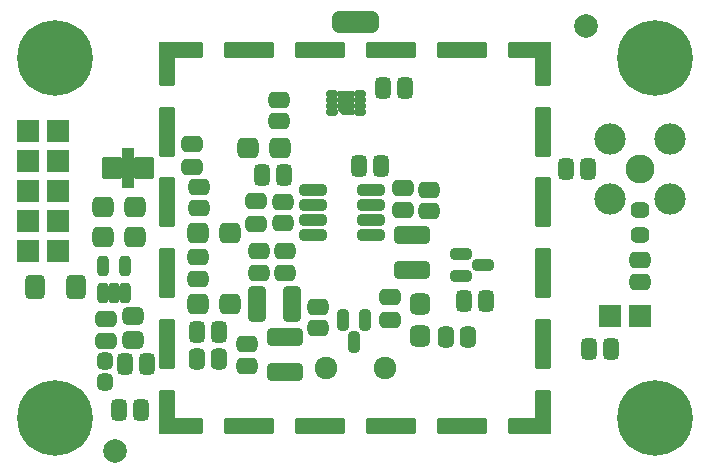
<source format=gbr>
%TF.GenerationSoftware,KiCad,Pcbnew,7.0.7-7.0.7~ubuntu23.04.1*%
%TF.CreationDate,2023-10-02T12:52:53+00:00*%
%TF.ProjectId,PIND02,50494e44-3032-42e6-9b69-6361645f7063,rev?*%
%TF.SameCoordinates,Original*%
%TF.FileFunction,Soldermask,Bot*%
%TF.FilePolarity,Negative*%
%FSLAX46Y46*%
G04 Gerber Fmt 4.6, Leading zero omitted, Abs format (unit mm)*
G04 Created by KiCad (PCBNEW 7.0.7-7.0.7~ubuntu23.04.1) date 2023-10-02 12:52:53*
%MOMM*%
%LPD*%
G01*
G04 APERTURE LIST*
G04 Aperture macros list*
%AMRoundRect*
0 Rectangle with rounded corners*
0 $1 Rounding radius*
0 $2 $3 $4 $5 $6 $7 $8 $9 X,Y pos of 4 corners*
0 Add a 4 corners polygon primitive as box body*
4,1,4,$2,$3,$4,$5,$6,$7,$8,$9,$2,$3,0*
0 Add four circle primitives for the rounded corners*
1,1,$1+$1,$2,$3*
1,1,$1+$1,$4,$5*
1,1,$1+$1,$6,$7*
1,1,$1+$1,$8,$9*
0 Add four rect primitives between the rounded corners*
20,1,$1+$1,$2,$3,$4,$5,0*
20,1,$1+$1,$4,$5,$6,$7,0*
20,1,$1+$1,$6,$7,$8,$9,0*
20,1,$1+$1,$8,$9,$2,$3,0*%
%AMFreePoly0*
4,1,22,0.586777,1.030194,0.656366,0.974698,0.694986,0.894504,0.700000,0.850000,0.700000,-0.850000,0.680194,-0.936777,0.624698,-1.006366,0.544504,-1.044986,0.500000,-1.050000,-0.200000,-1.050000,-0.286777,-1.030194,-0.341421,-0.991421,-0.641421,-0.691421,-0.688777,-0.616056,-0.700000,-0.550000,-0.700000,0.850000,-0.680194,0.936777,-0.624698,1.006366,-0.544504,1.044986,-0.500000,1.050000,
0.500000,1.050000,0.586777,1.030194,0.586777,1.030194,$1*%
%AMFreePoly1*
4,1,40,0.636777,0.930194,0.706366,0.874698,0.744986,0.794504,0.750000,0.750000,0.750000,-0.750000,0.730194,-0.836777,0.674698,-0.906366,0.594504,-0.944986,0.550000,-0.950000,0.000000,-0.950000,-0.022297,-0.944911,-0.071157,-0.944911,-0.127504,-0.936810,-0.264055,-0.896715,-0.315837,-0.873066,-0.435559,-0.796125,-0.478580,-0.758847,-0.571777,-0.651292,-0.602554,-0.603402,-0.661673,-0.473948,
-0.677710,-0.419330,-0.697964,-0.278464,-0.700000,-0.250000,-0.700000,0.250000,-0.697964,0.278464,-0.677710,0.419330,-0.661673,0.473948,-0.602554,0.603402,-0.571777,0.651292,-0.478580,0.758847,-0.435559,0.796125,-0.315837,0.873066,-0.264055,0.896715,-0.127504,0.936810,-0.071157,0.944911,-0.044660,0.944911,-0.044504,0.944986,0.000000,0.950000,0.550000,0.950000,0.636777,0.930194,
0.636777,0.930194,$1*%
%AMFreePoly2*
4,1,40,0.022297,0.944911,0.071157,0.944911,0.127504,0.936810,0.264055,0.896715,0.315837,0.873066,0.435559,0.796125,0.478580,0.758847,0.571777,0.651292,0.602554,0.603402,0.661673,0.473948,0.677710,0.419330,0.697964,0.278464,0.700000,0.250000,0.700000,-0.250000,0.697964,-0.278464,0.677710,-0.419330,0.661673,-0.473948,0.602554,-0.603402,0.571777,-0.651292,0.478580,-0.758847,
0.435559,-0.796125,0.315837,-0.873066,0.264055,-0.896715,0.127504,-0.936810,0.071157,-0.944911,0.044660,-0.944911,0.044504,-0.944986,0.000000,-0.950000,-0.550000,-0.950000,-0.636777,-0.930194,-0.706366,-0.874698,-0.744986,-0.794504,-0.750000,-0.750000,-0.750000,0.750000,-0.730194,0.836777,-0.674698,0.906366,-0.594504,0.944986,-0.550000,0.950000,0.000000,0.950000,0.022297,0.944911,
0.022297,0.944911,$1*%
G04 Aperture macros list end*
%ADD10RoundRect,0.200000X-0.762000X-0.762000X0.762000X-0.762000X0.762000X0.762000X-0.762000X0.762000X0*%
%ADD11C,6.400000*%
%ADD12C,2.450000*%
%ADD13C,2.650000*%
%ADD14C,1.924000*%
%ADD15RoundRect,0.450000X0.475000X-0.250000X0.475000X0.250000X-0.475000X0.250000X-0.475000X-0.250000X0*%
%ADD16RoundRect,0.418750X0.381250X-0.218750X0.381250X0.218750X-0.381250X0.218750X-0.381250X-0.218750X0*%
%ADD17RoundRect,0.450000X0.450000X-0.325000X0.450000X0.325000X-0.450000X0.325000X-0.450000X-0.325000X0*%
%ADD18RoundRect,0.450000X0.450000X-0.262500X0.450000X0.262500X-0.450000X0.262500X-0.450000X-0.262500X0*%
%ADD19RoundRect,0.450000X-0.450000X0.262500X-0.450000X-0.262500X0.450000X-0.262500X0.450000X0.262500X0*%
%ADD20RoundRect,0.450000X0.250000X0.475000X-0.250000X0.475000X-0.250000X-0.475000X0.250000X-0.475000X0*%
%ADD21RoundRect,0.450000X-0.475000X0.250000X-0.475000X-0.250000X0.475000X-0.250000X0.475000X0.250000X0*%
%ADD22RoundRect,0.450000X-0.250000X-0.475000X0.250000X-0.475000X0.250000X0.475000X-0.250000X0.475000X0*%
%ADD23RoundRect,0.450000X0.400000X0.600000X-0.400000X0.600000X-0.400000X-0.600000X0.400000X-0.600000X0*%
%ADD24RoundRect,0.450000X-0.325000X-1.100000X0.325000X-1.100000X0.325000X1.100000X-0.325000X1.100000X0*%
%ADD25RoundRect,0.200000X-0.650000X-0.750000X0.650000X-0.750000X0.650000X0.750000X-0.650000X0.750000X0*%
%ADD26RoundRect,0.200000X-0.350000X-1.500000X0.350000X-1.500000X0.350000X1.500000X-0.350000X1.500000X0*%
%ADD27C,2.000000*%
%ADD28RoundRect,0.450000X-0.450000X-0.425000X0.450000X-0.425000X0.450000X0.425000X-0.450000X0.425000X0*%
%ADD29RoundRect,0.350000X-0.150000X0.587500X-0.150000X-0.587500X0.150000X-0.587500X0.150000X0.587500X0*%
%ADD30RoundRect,0.200000X0.500000X0.500000X-0.500000X0.500000X-0.500000X-0.500000X0.500000X-0.500000X0*%
%ADD31RoundRect,0.200000X0.500000X1.150000X-0.500000X1.150000X-0.500000X-1.150000X0.500000X-1.150000X0*%
%ADD32RoundRect,0.200000X0.500000X1.900000X-0.500000X1.900000X-0.500000X-1.900000X0.500000X-1.900000X0*%
%ADD33RoundRect,0.200000X1.150000X0.500000X-1.150000X0.500000X-1.150000X-0.500000X1.150000X-0.500000X0*%
%ADD34RoundRect,0.200000X1.900000X0.500000X-1.900000X0.500000X-1.900000X-0.500000X1.900000X-0.500000X0*%
%ADD35RoundRect,0.450000X-1.100000X0.325000X-1.100000X-0.325000X1.100000X-0.325000X1.100000X0.325000X0*%
%ADD36RoundRect,0.200000X-0.275000X-0.125000X0.275000X-0.125000X0.275000X0.125000X-0.275000X0.125000X0*%
%ADD37RoundRect,0.200000X0.275000X0.125000X-0.275000X0.125000X-0.275000X-0.125000X0.275000X-0.125000X0*%
%ADD38FreePoly0,0.000000*%
%ADD39RoundRect,0.350000X-0.587500X-0.150000X0.587500X-0.150000X0.587500X0.150000X-0.587500X0.150000X0*%
%ADD40RoundRect,0.450000X0.425000X-0.450000X0.425000X0.450000X-0.425000X0.450000X-0.425000X-0.450000X0*%
%ADD41RoundRect,0.350000X0.150000X-0.512500X0.150000X0.512500X-0.150000X0.512500X-0.150000X-0.512500X0*%
%ADD42RoundRect,0.450000X-0.262500X-0.450000X0.262500X-0.450000X0.262500X0.450000X-0.262500X0.450000X0*%
%ADD43RoundRect,0.450000X0.450000X0.425000X-0.450000X0.425000X-0.450000X-0.425000X0.450000X-0.425000X0*%
%ADD44RoundRect,0.350000X0.825000X0.150000X-0.825000X0.150000X-0.825000X-0.150000X0.825000X-0.150000X0*%
%ADD45RoundRect,0.437500X0.237500X-0.287500X0.237500X0.287500X-0.237500X0.287500X-0.237500X-0.287500X0*%
%ADD46FreePoly1,0.000000*%
%ADD47RoundRect,0.200000X-0.500000X-0.750000X0.500000X-0.750000X0.500000X0.750000X-0.500000X0.750000X0*%
%ADD48FreePoly2,0.000000*%
%ADD49RoundRect,0.450000X0.262500X0.450000X-0.262500X0.450000X-0.262500X-0.450000X0.262500X-0.450000X0*%
G04 APERTURE END LIST*
D10*
%TO.C,J2*%
X7874000Y34417000D03*
X10414000Y34417000D03*
X7874000Y31877000D03*
X10414000Y31877000D03*
X7874000Y29337000D03*
X10414000Y29337000D03*
X7874000Y26797000D03*
X10414000Y26797000D03*
X7874000Y24257000D03*
X10414000Y24257000D03*
%TD*%
D11*
%TO.C,M2*%
X60960000Y40640000D03*
%TD*%
D10*
%TO.C,J3*%
X57150000Y18796000D03*
X59690000Y18796000D03*
%TD*%
D11*
%TO.C,M4*%
X60960000Y10160000D03*
%TD*%
D12*
%TO.C,J1*%
X59690000Y31242000D03*
D13*
X62230000Y28702000D03*
X62230000Y33782000D03*
X57150000Y28702000D03*
X57150000Y33782000D03*
%TD*%
D11*
%TO.C,M3*%
X10160000Y10160000D03*
%TD*%
%TO.C,M1*%
X10160000Y40640000D03*
%TD*%
D14*
%TO.C,D2*%
X33060000Y14400000D03*
X38060000Y14400000D03*
%TD*%
D15*
%TO.C,C22*%
X14478000Y16673000D03*
X14478000Y18573000D03*
%TD*%
D16*
%TO.C,L3*%
X59690001Y25607500D03*
X59690001Y27732500D03*
%TD*%
D15*
%TO.C,C3*%
X38481000Y18481000D03*
X38481000Y20381000D03*
%TD*%
D17*
%TO.C,L2*%
X16764000Y16755000D03*
X16764000Y18805000D03*
%TD*%
D15*
%TO.C,C20*%
X21717000Y31435000D03*
X21717000Y33335000D03*
%TD*%
D18*
%TO.C,R8*%
X26416000Y14581500D03*
X26416000Y16406500D03*
%TD*%
D19*
%TO.C,R12*%
X59690000Y23518500D03*
X59690000Y21693500D03*
%TD*%
D20*
%TO.C,C1*%
X57211000Y16002000D03*
X55311000Y16002000D03*
%TD*%
D21*
%TO.C,C8*%
X39624000Y29652000D03*
X39624000Y27752000D03*
%TD*%
D22*
%TO.C,C21*%
X16068000Y14732000D03*
X17968000Y14732000D03*
%TD*%
%TO.C,C11*%
X22164000Y17391000D03*
X24064000Y17391000D03*
%TD*%
D23*
%TO.C,D1*%
X11910000Y21209000D03*
X8410000Y21209000D03*
%TD*%
D19*
%TO.C,R10*%
X29464000Y28471500D03*
X29464000Y26646500D03*
%TD*%
D18*
%TO.C,R9*%
X29591000Y22455500D03*
X29591000Y24280500D03*
%TD*%
%TO.C,R6*%
X22225000Y21939500D03*
X22225000Y23764500D03*
%TD*%
D24*
%TO.C,C12*%
X27227000Y19812000D03*
X30177000Y19812000D03*
%TD*%
D25*
%TO.C,C19*%
X15005000Y31339000D03*
D26*
X16355000Y31339000D03*
D25*
X17705000Y31339000D03*
%TD*%
D27*
%TO.C,FID1*%
X55118000Y43307000D03*
%TD*%
D28*
%TO.C,C10*%
X22272000Y19804000D03*
X24972000Y19804000D03*
%TD*%
D29*
%TO.C,Q1*%
X34483000Y18463500D03*
X36383000Y18463500D03*
X35433000Y16588500D03*
%TD*%
D28*
%TO.C,C23*%
X14243000Y28037000D03*
X16943000Y28037000D03*
%TD*%
D22*
%TO.C,C13*%
X35880000Y31496000D03*
X37780000Y31496000D03*
%TD*%
%TO.C,C17*%
X37912000Y38100000D03*
X39812000Y38100000D03*
%TD*%
D30*
%TO.C,M5*%
X51460000Y9500000D03*
D31*
X51460000Y11150000D03*
D32*
X51460000Y16400000D03*
X51460000Y22400000D03*
X51460000Y28400000D03*
X51460000Y34400000D03*
D31*
X51460000Y39650000D03*
D30*
X51460000Y41300000D03*
D33*
X49810000Y9500000D03*
X49810000Y41300000D03*
D34*
X44560000Y9500000D03*
X44560000Y41300000D03*
X38560000Y9500000D03*
X38560000Y41300000D03*
X32560000Y9500000D03*
X32560000Y41300000D03*
X26560000Y9500000D03*
X26560000Y41300000D03*
D33*
X21310000Y9500000D03*
X21310000Y41300000D03*
D30*
X19660000Y9500000D03*
D31*
X19660000Y11150000D03*
D32*
X19660000Y16400000D03*
X19660000Y22400000D03*
X19660000Y28400000D03*
X19660000Y34400000D03*
D31*
X19660000Y39650000D03*
D30*
X19660000Y41300000D03*
%TD*%
D35*
%TO.C,C15*%
X40386000Y25605000D03*
X40386000Y22655000D03*
%TD*%
D22*
%TO.C,C18*%
X44770000Y20066000D03*
X46670000Y20066000D03*
%TD*%
D36*
%TO.C,U3*%
X33623000Y36080000D03*
X33623000Y36580000D03*
X33623000Y37080000D03*
D37*
X33623000Y37580000D03*
D36*
X35973000Y37580000D03*
X35973000Y37080000D03*
X35973000Y36580000D03*
X35973000Y36080000D03*
D38*
X34798000Y36830000D03*
%TD*%
D18*
%TO.C,R5*%
X22352000Y27916500D03*
X22352000Y29741500D03*
%TD*%
D27*
%TO.C,FID2*%
X15240000Y7366000D03*
%TD*%
D19*
%TO.C,R11*%
X27432000Y24280500D03*
X27432000Y22455500D03*
%TD*%
D39*
%TO.C,U2*%
X44528500Y22164000D03*
X44528500Y24064000D03*
X46403500Y23114000D03*
%TD*%
D28*
%TO.C,C9*%
X22272000Y25773000D03*
X24972000Y25773000D03*
%TD*%
D19*
%TO.C,R4*%
X41783000Y29487500D03*
X41783000Y27662500D03*
%TD*%
D20*
%TO.C,C6*%
X29525000Y30734000D03*
X27625000Y30734000D03*
%TD*%
D22*
%TO.C,C2*%
X15560000Y10795000D03*
X17460000Y10795000D03*
%TD*%
D40*
%TO.C,C4*%
X41021000Y17065000D03*
X41021000Y19765000D03*
%TD*%
D18*
%TO.C,R2*%
X29083000Y35282500D03*
X29083000Y37107500D03*
%TD*%
D41*
%TO.C,U4*%
X16063000Y20706500D03*
X15113000Y20706500D03*
X14163000Y20706500D03*
X14163000Y22981500D03*
X16063000Y22981500D03*
%TD*%
D42*
%TO.C,R1*%
X43283500Y17018000D03*
X45108500Y17018000D03*
%TD*%
D20*
%TO.C,C14*%
X55306000Y31242000D03*
X53406000Y31242000D03*
%TD*%
D43*
%TO.C,C7*%
X29163000Y33020000D03*
X26463000Y33020000D03*
%TD*%
D44*
%TO.C,U1*%
X36892000Y29464000D03*
X36892000Y28194000D03*
X36892000Y26924000D03*
X36892000Y25654000D03*
X31942000Y25654000D03*
X31942000Y26924000D03*
X31942000Y28194000D03*
X31942000Y29464000D03*
%TD*%
D28*
%TO.C,C24*%
X14243000Y25497000D03*
X16943000Y25497000D03*
%TD*%
D21*
%TO.C,C16*%
X27178000Y28509000D03*
X27178000Y26609000D03*
%TD*%
D18*
%TO.C,R3*%
X32385000Y17756500D03*
X32385000Y19581500D03*
%TD*%
D45*
%TO.C,L1*%
X14351000Y13222000D03*
X14351000Y14972000D03*
%TD*%
D35*
%TO.C,C5*%
X29591000Y16969000D03*
X29591000Y14019000D03*
%TD*%
D46*
%TO.C,JP1*%
X34260000Y43688000D03*
D47*
X35560000Y43688000D03*
D48*
X36860000Y43688000D03*
%TD*%
D49*
%TO.C,R7*%
X24026500Y15105000D03*
X22201500Y15105000D03*
%TD*%
M02*

</source>
